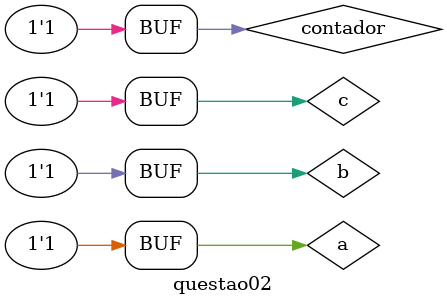
<source format=v>

module f ( output s, input a, input b, input c );
    wire w1, w2;
    or OR__1 (s,a,w1);
    not NOT_1 (w2,c);
    and AND_1 (w1,w2,b);
endmodule // s = f (a,b,c)


module questao02;
    reg a, b, c; // Variaveis
    reg contador;
    wire s1;     // Respostas

    f F1 ( s1, a, b, c );

    initial
        begin: initial_values
            a = 1'b0; b = 1'b0; c = 1'b0; contador = 0;
        end

    initial
        begin: main
            $display ( "\n" );
            $display ( "||==================================||" );
            $display ( "||  Marcos Antonio Lommez - 771157  ||" );
            $display ( "||==================================||" );
            $display ( "|| m  0 | 1 | 2 | 3 | 4 | 5 | 6 | 7 ||" );
            $display ( "||    0 | 0 | 1 | 0 | 1 | 1 | 1 | 1 ||" );
            $display ( "||==================================||" );
            $display ( "|| mintermo || variaveis ||  saida  ||" );
            $display ( "||----------||-----------||---------||" );
            $monitor ( "||    m%1d    ||   %b %b %b   ||    %b    ||", $time, a, b, c, s1);

            #1 a = 0; b = 0; c = 0; contador = 0;
            #1 a = 0; b = 0; c = 1; contador = 1;
            #1 a = 0; b = 1; c = 0; contador = 2;
            #1 a = 0; b = 1; c = 1; contador = 3;
            #1 a = 1; b = 0; c = 0; contador = 4;
            #1 a = 1; b = 0; c = 1; contador = 5;
            #1 a = 1; b = 1; c = 0; contador = 6;
            #1 a = 1; b = 1; c = 1; contador = 7;
            #1 $display ( "||==================================||" );
            #1 $display ( "\n" );
        end

endmodule

/* 
||==================================||
||  Marcos Antonio Lommez - 771157  ||
||==================================||
|| m  0 | 1 | 2 | 3 | 4 | 5 | 6 | 7 ||
||    0 | 0 | 1 | 0 | 1 | 1 | 1 | 1 ||
||==================================||
|| mintermo || variaveis ||  saida  ||
||----------||-----------||---------||
||    m0    ||   0 0 0   ||    0    ||
||    m2    ||   0 0 1   ||    0    ||
||    m3    ||   0 1 0   ||    1    ||
||    m4    ||   0 1 1   ||    0    ||
||    m5    ||   1 0 0   ||    1    ||
||    m6    ||   1 0 1   ||    1    ||
||    m7    ||   1 1 0   ||    1    ||
||    m8    ||   1 1 1   ||    1    ||
||==================================|| 
*/
</source>
